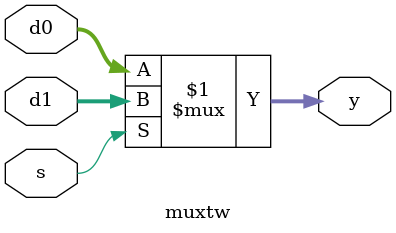
<source format=sv>
`timescale 1ns / 1ps

module muxtw
    #(parameter WIDTH = 9)
    (input logic [WIDTH-1:0] d0, d1,
     input logic s,
     output logic [WIDTH-1:0] y);

assign y = s ? d1 : d0;

endmodule
</source>
